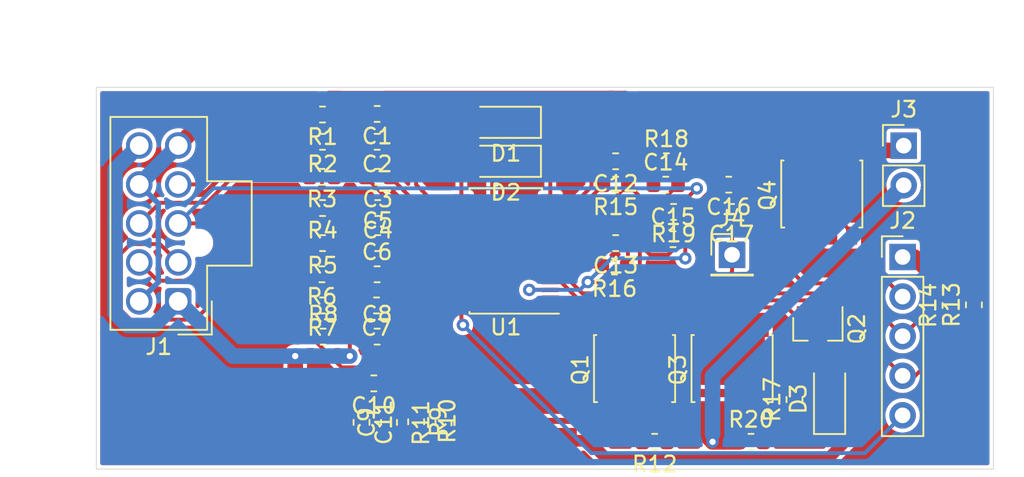
<source format=kicad_pcb>
(kicad_pcb (version 20190331) (host pcbnew "5.1.0-unknown-e90452d~82~ubuntu18.04.1")
  (layers (0 "F.Cu" signal) (31 "B.Cu" signal) (34 "B.Paste" user) (35 "F.Paste" user) (36 "B.SilkS" user) (37 "F.SilkS" user) (38 "B.Mask" user) (39 "F.Mask" user) (44 "Edge.Cuts" user))
  (net 0 "")
  (net 1 "Net-(C1-Pad2)")
  (net 2 "Net-(C1-Pad1)")
  (net 3 "Net-(C2-Pad2)")
  (net 4 "Net-(C3-Pad2)")
  (net 5 "Net-(C4-Pad2)")
  (net 6 "Net-(C5-Pad2)")
  (net 7 "/VC5")
  (net 8 "Net-(C6-Pad2)")
  (net 9 "/Batt_GND")
  (net 10 "Net-(C8-Pad2)")
  (net 11 "Net-(C10-Pad1)")
  (net 12 "Net-(C10-Pad2)")
  (net 13 "Net-(C12-Pad2)")
  (net 14 "/VC5x")
  (net 15 "Net-(C13-Pad2)")
  (net 16 "/low_GND")
  (net 17 "/Top_Batt")
  (net 18 "/REGSRC")
  (net 19 "/REGOUT")
  (net 20 "Net-(D3-Pad2)")
  (net 21 "Net-(D3-Pad1)")
  (net 22 "/P4")
  (net 23 "/P2")
  (net 24 "/P5")
  (net 25 "/P1")
  (net 26 "/alert")
  (net 27 "/batt_monitor_SCL")
  (net 28 "/batt_monitor_SDA")
  (net 29 "/external_3v3")
  (net 30 "/Pack-")
  (net 31 "Net-(Q1-Pad4)")
  (net 32 "Net-(Q1-Pad5)")
  (net 33 "Net-(Q1-Pad1)")
  (net 34 "Net-(Q2-Pad2)")
  (net 35 "Net-(R15-Pad2)")
  (net 36 "Net-(R16-Pad2)")
  (net 37 "/Pack+")
  (net 38 "/A")
  (module "batteryMonitor:LONG_2512" (layer "F.Cu") (at 117.75 91.65828 270)
    (fp_text reference "R10" (at 0 5 90) (layer "F.SilkS"))
    (fp_text value "0.009")
    (pad "2" smd rect (at -1.275 0.1 270) (size 1.65 6.6) (layers "F.Cu" "F.Paste" "F.Mask") (net 33 "Net-(Q1-Pad1)"))
    (pad "1" smd rect (at 1.275 0 270) (size 1.65 6.6) (layers "F.Cu" "F.Paste" "F.Mask") (net 9 "/Batt_GND"))
  )
  (module "Package_SO:TSSOP-30_4.4x7.8mm_P0.5mm" (layer "F.Cu") (at 116.5 80.75 180)
    (fp_text reference "U1" (at 0 -4.9) (layer "F.SilkS"))
    (fp_text value "BQ76930")
    (pad "30" smd rect (at 2.85 -3.5 180) (size 1.1 0.285) (layers "F.Cu" "F.Paste" "F.Mask") (net 26 "/alert"))
    (pad "29" smd rect (at 2.85 -3 180) (size 1.1 0.285) (layers "F.Cu" "F.Paste" "F.Mask") (net 12 "Net-(C10-Pad2)"))
    (pad "28" smd rect (at 2.85 -2.5 180) (size 1.1 0.285) (layers "F.Cu" "F.Paste" "F.Mask") (net 11 "Net-(C10-Pad1)"))
    (pad "27" smd rect (at 2.85 -2 180) (size 1.1 0.285) (layers "F.Cu" "F.Paste" "F.Mask") (net 10 "Net-(C8-Pad2)"))
    (pad "26" smd rect (at 2.85 -1.5 180) (size 1.1 0.285) (layers "F.Cu" "F.Paste" "F.Mask") (net 8 "Net-(C6-Pad2)"))
    (pad "25" smd rect (at 2.85 -1 180) (size 1.1 0.285) (layers "F.Cu" "F.Paste" "F.Mask") (net 6 "Net-(C5-Pad2)"))
    (pad "24" smd rect (at 2.85 -0.5 180) (size 1.1 0.285) (layers "F.Cu" "F.Paste" "F.Mask") (net 6 "Net-(C5-Pad2)"))
    (pad "23" smd rect (at 2.85 0 180) (size 1.1 0.285) (layers "F.Cu" "F.Paste" "F.Mask") (net 6 "Net-(C5-Pad2)"))
    (pad "22" smd rect (at 2.85 0.5 180) (size 1.1 0.285) (layers "F.Cu" "F.Paste" "F.Mask") (net 7 "/VC5"))
    (pad "21" smd rect (at 2.85 1 180) (size 1.1 0.285) (layers "F.Cu" "F.Paste" "F.Mask") (net 5 "Net-(C4-Pad2)"))
    (pad "20" smd rect (at 2.85 1.5 180) (size 1.1 0.285) (layers "F.Cu" "F.Paste" "F.Mask") (net 4 "Net-(C3-Pad2)"))
    (pad "19" smd rect (at 2.85 2 180) (size 1.1 0.285) (layers "F.Cu" "F.Paste" "F.Mask") (net 3 "Net-(C2-Pad2)"))
    (pad "18" smd rect (at 2.85 2.5 180) (size 1.1 0.285) (layers "F.Cu" "F.Paste" "F.Mask") (net 3 "Net-(C2-Pad2)"))
    (pad "17" smd rect (at 2.85 3 180) (size 1.1 0.285) (layers "F.Cu" "F.Paste" "F.Mask") (net 3 "Net-(C2-Pad2)"))
    (pad "16" smd rect (at 2.85 3.5 180) (size 1.1 0.285) (layers "F.Cu" "F.Paste" "F.Mask") (net 2 "Net-(C1-Pad1)"))
    (pad "15" smd rect (at -2.85 3.5 180) (size 1.1 0.285) (layers "F.Cu" "F.Paste" "F.Mask") (net 17 "/Top_Batt"))
    (pad "14" smd rect (at -2.85 3 180) (size 1.1 0.285) (layers "F.Cu" "F.Paste" "F.Mask") (net 13 "Net-(C12-Pad2)"))
    (pad "13" smd rect (at -2.85 2.5 180) (size 1.1 0.285) (layers "F.Cu" "F.Paste" "F.Mask") (net 35 "Net-(R15-Pad2)"))
    (pad "12" smd rect (at -2.85 2 180) (size 1.1 0.285) (layers "F.Cu" "F.Paste" "F.Mask") (net 13 "Net-(C12-Pad2)"))
    (pad "11" smd rect (at -2.85 1.5 180) (size 1.1 0.285) (layers "F.Cu" "F.Paste" "F.Mask") (net 13 "Net-(C12-Pad2)"))
    (pad "10" smd rect (at -2.85 1 180) (size 1.1 0.285) (layers "F.Cu" "F.Paste" "F.Mask") (net 14 "/VC5x"))
    (pad "9" smd rect (at -2.85 0.5 180) (size 1.1 0.285) (layers "F.Cu" "F.Paste" "F.Mask") (net 18 "/REGSRC"))
    (pad "8" smd rect (at -2.85 0 180) (size 1.1 0.285) (layers "F.Cu" "F.Paste" "F.Mask") (net 19 "/REGOUT"))
    (pad "7" smd rect (at -2.85 -0.5 180) (size 1.1 0.285) (layers "F.Cu" "F.Paste" "F.Mask") (net 15 "Net-(C13-Pad2)"))
    (pad "6" smd rect (at -2.85 -1 180) (size 1.1 0.285) (layers "F.Cu" "F.Paste" "F.Mask") (net 36 "Net-(R16-Pad2)"))
    (pad "5" smd rect (at -2.85 -1.5 180) (size 1.1 0.285) (layers "F.Cu" "F.Paste" "F.Mask") (net 27 "/batt_monitor_SCL"))
    (pad "4" smd rect (at -2.85 -2 180) (size 1.1 0.285) (layers "F.Cu" "F.Paste" "F.Mask") (net 28 "/batt_monitor_SDA"))
    (pad "3" smd rect (at -2.85 -2.5 180) (size 1.1 0.285) (layers "F.Cu" "F.Paste" "F.Mask") (net 16 "/low_GND"))
    (pad "2" smd rect (at -2.85 -3 180) (size 1.1 0.285) (layers "F.Cu" "F.Paste" "F.Mask") (net 34 "Net-(Q2-Pad2)"))
    (pad "1" smd rect (at -2.85 -3.5 180) (size 1.1 0.285) (layers "F.Cu" "F.Paste" "F.Mask") (net 31 "Net-(Q1-Pad4)"))
  )
  (module "Resistor_SMD:R_0603_1608Metric" (layer "F.Cu") (at 132.2125 93)
    (fp_text reference "R20" (at 0 -1.43) (layer "F.SilkS"))
    (fp_text value "1M")
    (pad "2" smd roundrect (at 0.7875 0) (size 0.875 0.95) (layers "F.Cu" "F.Paste" "F.Mask") (net 21 "Net-(D3-Pad1)"))
    (pad "1" smd roundrect (at -0.7875 0) (size 0.875 0.95) (layers "F.Cu" "F.Paste" "F.Mask") (net 30 "/Pack-"))
  )
  (module "Resistor_SMD:R_0603_1608Metric" (layer "F.Cu") (at 127.25 78.25 180)
    (fp_text reference "R19" (at 0 -1.43) (layer "F.SilkS"))
    (fp_text value "100")
    (pad "2" smd roundrect (at 0.7875 0 180) (size 0.875 0.95) (layers "F.Cu" "F.Paste" "F.Mask") (net 14 "/VC5x"))
    (pad "1" smd roundrect (at -0.7875 0 180) (size 0.875 0.95) (layers "F.Cu" "F.Paste" "F.Mask") (net 38 "/A"))
  )
  (module "Resistor_SMD:R_0603_1608Metric" (layer "F.Cu") (at 126.7875 75)
    (fp_text reference "R18" (at 0 -1.43) (layer "F.SilkS"))
    (fp_text value "100")
    (pad "2" smd roundrect (at 0.7875 0) (size 0.875 0.95) (layers "F.Cu" "F.Paste" "F.Mask") (net 37 "/Pack+"))
    (pad "1" smd roundrect (at -0.7875 0) (size 0.875 0.95) (layers "F.Cu" "F.Paste" "F.Mask") (net 17 "/Top_Batt"))
  )
  (module "Resistor_SMD:R_0603_1608Metric" (layer "F.Cu") (at 135 90.2875 90)
    (fp_text reference "R17" (at 0 -1.43 90) (layer "F.SilkS"))
    (fp_text value "1M")
    (pad "2" smd roundrect (at 0.7875 0 90) (size 0.875 0.95) (layers "F.Cu" "F.Paste" "F.Mask") (net 20 "Net-(D3-Pad2)"))
    (pad "1" smd roundrect (at -0.7875 0 90) (size 0.875 0.95) (layers "F.Cu" "F.Paste" "F.Mask") (net 21 "Net-(D3-Pad1)"))
  )
  (module "Resistor_SMD:R_0603_1608Metric" (layer "F.Cu") (at 123.4625 81.75 180)
    (fp_text reference "R16" (at 0 -1.43) (layer "F.SilkS"))
    (fp_text value "10k")
    (pad "2" smd roundrect (at 0.7875 0 180) (size 0.875 0.95) (layers "F.Cu" "F.Paste" "F.Mask") (net 36 "Net-(R16-Pad2)"))
    (pad "1" smd roundrect (at -0.7875 0 180) (size 0.875 0.95) (layers "F.Cu" "F.Paste" "F.Mask") (net 16 "/low_GND"))
  )
  (module "Resistor_SMD:R_0603_1608Metric" (layer "F.Cu") (at 123.5375 76.5 180)
    (fp_text reference "R15" (at 0 -1.43) (layer "F.SilkS"))
    (fp_text value "10k")
    (pad "2" smd roundrect (at 0.7875 0 180) (size 0.875 0.95) (layers "F.Cu" "F.Paste" "F.Mask") (net 35 "Net-(R15-Pad2)"))
    (pad "1" smd roundrect (at -0.7875 0 180) (size 0.875 0.95) (layers "F.Cu" "F.Paste" "F.Mask") (net 14 "/VC5x"))
  )
  (module "Resistor_SMD:R_0603_1608Metric" (layer "F.Cu") (at 145 84.25 90)
    (fp_text reference "R14" (at 0 -1.43 90) (layer "F.SilkS"))
    (fp_text value "1k")
    (pad "1" smd roundrect (at -0.7875 0 90) (size 0.875 0.95) (layers "F.Cu" "F.Paste" "F.Mask") (net 27 "/batt_monitor_SCL"))
    (pad "2" smd roundrect (at 0.7875 0 90) (size 0.875 0.95) (layers "F.Cu" "F.Paste" "F.Mask") (net 29 "/external_3v3"))
  )
  (module "Resistor_SMD:R_0603_1608Metric" (layer "F.Cu") (at 146.5 84.2125 90)
    (fp_text reference "R13" (at 0 -1.43 90) (layer "F.SilkS"))
    (fp_text value "1k")
    (pad "1" smd roundrect (at -0.7875 0 90) (size 0.875 0.95) (layers "F.Cu" "F.Paste" "F.Mask") (net 28 "/batt_monitor_SDA"))
    (pad "2" smd roundrect (at 0.7875 0 90) (size 0.875 0.95) (layers "F.Cu" "F.Paste" "F.Mask") (net 29 "/external_3v3"))
  )
  (module "Resistor_SMD:R_0603_1608Metric" (layer "F.Cu") (at 126.0375 93 180)
    (fp_text reference "R12" (at 0 -1.43) (layer "F.SilkS"))
    (fp_text value "1M")
    (pad "2" smd roundrect (at 0.7875 0 180) (size 0.875 0.95) (layers "F.Cu" "F.Paste" "F.Mask") (net 33 "Net-(Q1-Pad1)"))
    (pad "1" smd roundrect (at -0.7875 0 180) (size 0.875 0.95) (layers "F.Cu" "F.Paste" "F.Mask") (net 31 "Net-(Q1-Pad4)"))
  )
  (module "Resistor_SMD:R_0603_1608Metric" (layer "F.Cu") (at 112.5 91.7875 90)
    (fp_text reference "R11" (at 0 -1.43 90) (layer "F.SilkS"))
    (fp_text value "100")
    (pad "2" smd roundrect (at 0.7875 0 90) (size 0.875 0.95) (layers "F.Cu" "F.Paste" "F.Mask") (net 33 "Net-(Q1-Pad1)"))
    (pad "1" smd roundrect (at -0.7875 0 90) (size 0.875 0.95) (layers "F.Cu" "F.Paste" "F.Mask") (net 12 "Net-(C10-Pad2)"))
  )
  (module "Resistor_SMD:R_0603_1608Metric" (layer "F.Cu") (at 110.75 91.7125 270)
    (fp_text reference "R9" (at 0 -1.43 90) (layer "F.SilkS"))
    (fp_text value "100")
    (pad "2" smd roundrect (at 0.7875 0 270) (size 0.875 0.95) (layers "F.Cu" "F.Paste" "F.Mask") (net 9 "/Batt_GND"))
    (pad "1" smd roundrect (at -0.7875 0 270) (size 0.875 0.95) (layers "F.Cu" "F.Paste" "F.Mask") (net 11 "Net-(C10-Pad1)"))
  )
  (module "Resistor_SMD:R_0603_1608Metric" (layer "F.Cu") (at 104.7875 86.25)
    (fp_text reference "R8" (at 0 -1.43) (layer "F.SilkS"))
    (fp_text value "1k")
    (pad "1" smd roundrect (at -0.7875 0) (size 0.875 0.95) (layers "F.Cu" "F.Paste" "F.Mask") (net 10 "Net-(C8-Pad2)"))
    (pad "2" smd roundrect (at 0.7875 0) (size 0.875 0.95) (layers "F.Cu" "F.Paste" "F.Mask") (net 9 "/Batt_GND"))
  )
  (module "Resistor_SMD:R_0603_1608Metric" (layer "F.Cu") (at 104.75 84.25 180)
    (fp_text reference "R7" (at 0 -1.43) (layer "F.SilkS"))
    (fp_text value "1k")
    (pad "1" smd roundrect (at -0.7875 0 180) (size 0.875 0.95) (layers "F.Cu" "F.Paste" "F.Mask") (net 8 "Net-(C6-Pad2)"))
    (pad "2" smd roundrect (at 0.7875 0 180) (size 0.875 0.95) (layers "F.Cu" "F.Paste" "F.Mask") (net 25 "/P1"))
  )
  (module "Resistor_SMD:R_0603_1608Metric" (layer "F.Cu") (at 104.7125 82.25 180)
    (fp_text reference "R6" (at 0 -1.43) (layer "F.SilkS"))
    (fp_text value "1k")
    (pad "1" smd roundrect (at -0.7875 0 180) (size 0.875 0.95) (layers "F.Cu" "F.Paste" "F.Mask") (net 6 "Net-(C5-Pad2)"))
    (pad "2" smd roundrect (at 0.7875 0 180) (size 0.875 0.95) (layers "F.Cu" "F.Paste" "F.Mask") (net 23 "/P2"))
  )
  (module "Resistor_SMD:R_0603_1608Metric" (layer "F.Cu") (at 104.75 80.25 180)
    (fp_text reference "R5" (at 0 -1.43) (layer "F.SilkS"))
    (fp_text value "1k")
    (pad "1" smd roundrect (at -0.7875 0 180) (size 0.875 0.95) (layers "F.Cu" "F.Paste" "F.Mask") (net 7 "/VC5"))
    (pad "2" smd roundrect (at 0.7875 0 180) (size 0.875 0.95) (layers "F.Cu" "F.Paste" "F.Mask") (net 38 "/A"))
  )
  (module "Resistor_SMD:R_0603_1608Metric" (layer "F.Cu") (at 104.75 78 180)
    (fp_text reference "R4" (at 0 -1.43) (layer "F.SilkS"))
    (fp_text value "1k")
    (pad "1" smd roundrect (at -0.7875 0 180) (size 0.875 0.95) (layers "F.Cu" "F.Paste" "F.Mask") (net 5 "Net-(C4-Pad2)"))
    (pad "2" smd roundrect (at 0.7875 0 180) (size 0.875 0.95) (layers "F.Cu" "F.Paste" "F.Mask") (net 38 "/A"))
  )
  (module "Resistor_SMD:R_0603_1608Metric" (layer "F.Cu") (at 104.7125 76 180)
    (fp_text reference "R3" (at 0 -1.43) (layer "F.SilkS"))
    (fp_text value "1k")
    (pad "1" smd roundrect (at -0.7875 0 180) (size 0.875 0.95) (layers "F.Cu" "F.Paste" "F.Mask") (net 4 "Net-(C3-Pad2)"))
    (pad "2" smd roundrect (at 0.7875 0 180) (size 0.875 0.95) (layers "F.Cu" "F.Paste" "F.Mask") (net 22 "/P4"))
  )
  (module "Resistor_SMD:R_0603_1608Metric" (layer "F.Cu") (at 104.75 73.75 180)
    (fp_text reference "R2" (at 0 -1.43) (layer "F.SilkS"))
    (fp_text value "1k")
    (pad "1" smd roundrect (at -0.7875 0 180) (size 0.875 0.95) (layers "F.Cu" "F.Paste" "F.Mask") (net 3 "Net-(C2-Pad2)"))
    (pad "2" smd roundrect (at 0.7875 0 180) (size 0.875 0.95) (layers "F.Cu" "F.Paste" "F.Mask") (net 24 "/P5"))
  )
  (module "Resistor_SMD:R_0603_1608Metric" (layer "F.Cu") (at 104.75 72 180)
    (fp_text reference "R1" (at 0 -1.43) (layer "F.SilkS"))
    (fp_text value "1k")
    (pad "1" smd roundrect (at -0.7875 0 180) (size 0.875 0.95) (layers "F.Cu" "F.Paste" "F.Mask") (net 2 "Net-(C1-Pad1)"))
    (pad "2" smd roundrect (at 0.7875 0 180) (size 0.875 0.95) (layers "F.Cu" "F.Paste" "F.Mask") (net 37 "/Pack+"))
  )
  (module "Package_TO_SOT_SMD:LFPAK56" (layer "F.Cu") (at 136.75 76.935 90)
    (fp_text reference "Q4" (at -0.245 -3.48 90) (layer "F.SilkS"))
    (fp_text value "PSMN5R8-40YS")
    (pad "4" smd rect (at -2.835 1.91) (size 0.7 1.15) (layers "F.Cu" "F.Paste" "F.Mask") (net 14 "/VC5x"))
    (pad "5" smd rect (at 0.435 0) (size 4.2 3.3) (layers "F.Cu" "F.Mask") (net 37 "/Pack+"))
    (pad "5" smd rect (at 2.635 0) (size 4.7 1.55) (layers "F.Cu" "F.Mask") (net 37 "/Pack+"))
    (pad "3" smd rect (at -2.835 0.64) (size 0.7 1.15) (layers "F.Cu" "F.Paste" "F.Mask") (net 18 "/REGSRC"))
    (pad "1" smd rect (at -2.835 -1.91) (size 0.7 1.15) (layers "F.Cu" "F.Paste" "F.Mask") (net 18 "/REGSRC"))
    (pad "2" smd rect (at -2.835 -0.64) (size 0.7 1.15) (layers "F.Cu" "F.Paste" "F.Mask") (net 18 "/REGSRC"))
  )
  (module "Package_TO_SOT_SMD:LFPAK56" (layer "F.Cu") (at 131 88.135 90)
    (fp_text reference "Q3" (at -0.245 -3.48 90) (layer "F.SilkS"))
    (fp_text value "PSMN5R8-40YS")
    (pad "4" smd rect (at -2.835 1.91) (size 0.7 1.15) (layers "F.Cu" "F.Paste" "F.Mask") (net 21 "Net-(D3-Pad1)"))
    (pad "5" smd rect (at 0.435 0) (size 4.2 3.3) (layers "F.Cu" "F.Mask") (net 32 "Net-(Q1-Pad5)"))
    (pad "5" smd rect (at 2.635 0) (size 4.7 1.55) (layers "F.Cu" "F.Mask") (net 32 "Net-(Q1-Pad5)"))
    (pad "3" smd rect (at -2.835 0.64) (size 0.7 1.15) (layers "F.Cu" "F.Paste" "F.Mask") (net 30 "/Pack-"))
    (pad "1" smd rect (at -2.835 -1.91) (size 0.7 1.15) (layers "F.Cu" "F.Paste" "F.Mask") (net 30 "/Pack-"))
    (pad "2" smd rect (at -2.835 -0.64) (size 0.7 1.15) (layers "F.Cu" "F.Paste" "F.Mask") (net 30 "/Pack-"))
  )
  (module "Package_TO_SOT_SMD:SOT-23" (layer "F.Cu") (at 136.5 85.75 270)
    (fp_text reference "Q2" (at 0 -2.5 90) (layer "F.SilkS"))
    (fp_text value "IRLML6402")
    (pad "3" smd rect (at 1 0 270) (size 0.9 0.8) (layers "F.Cu" "F.Paste" "F.Mask") (net 20 "Net-(D3-Pad2)"))
    (pad "2" smd rect (at -1 0.95 270) (size 0.9 0.8) (layers "F.Cu" "F.Paste" "F.Mask") (net 34 "Net-(Q2-Pad2)"))
    (pad "1" smd rect (at -1 -0.95 270) (size 0.9 0.8) (layers "F.Cu" "F.Paste" "F.Mask") (net 9 "/Batt_GND"))
  )
  (module "Package_TO_SOT_SMD:LFPAK56" (layer "F.Cu") (at 124.75 88.135 90)
    (fp_text reference "Q1" (at -0.245 -3.48 90) (layer "F.SilkS"))
    (fp_text value "PSMN5R8-40YS")
    (pad "4" smd rect (at -2.835 1.91) (size 0.7 1.15) (layers "F.Cu" "F.Paste" "F.Mask") (net 31 "Net-(Q1-Pad4)"))
    (pad "5" smd rect (at 0.435 0) (size 4.2 3.3) (layers "F.Cu" "F.Mask") (net 32 "Net-(Q1-Pad5)"))
    (pad "5" smd rect (at 2.635 0) (size 4.7 1.55) (layers "F.Cu" "F.Mask") (net 32 "Net-(Q1-Pad5)"))
    (pad "3" smd rect (at -2.835 0.64) (size 0.7 1.15) (layers "F.Cu" "F.Paste" "F.Mask") (net 33 "Net-(Q1-Pad1)"))
    (pad "1" smd rect (at -2.835 -1.91) (size 0.7 1.15) (layers "F.Cu" "F.Paste" "F.Mask") (net 33 "Net-(Q1-Pad1)"))
    (pad "2" smd rect (at -2.835 -0.64) (size 0.7 1.15) (layers "F.Cu" "F.Paste" "F.Mask") (net 33 "Net-(Q1-Pad1)"))
  )
  (module "Connector_PinHeader_2.54mm:PinHeader_1x01_P2.54mm_Vertical" (layer "F.Cu") (at 131 81)
    (fp_text reference "J4" (at 0 -2.33) (layer "F.SilkS"))
    (fp_text value "Conn_01x01_Female")
    (pad "1" thru_hole rect (at 0 0) (size 1.7 1.7) (drill 1) (layers *.Cu *.Mask) (net 19 "/REGOUT"))
  )
  (module "Connector_PinHeader_2.54mm:PinHeader_1x02_P2.54mm_Vertical" (layer "F.Cu") (at 142 74)
    (fp_text reference "J3" (at 0 -2.33) (layer "F.SilkS"))
    (fp_text value "Conn_01x02_Female")
    (pad "1" thru_hole rect (at 0 0) (size 1.7 1.7) (drill 1) (layers *.Cu *.Mask) (net 37 "/Pack+"))
    (pad "2" thru_hole oval (at 0 2.54) (size 1.7 1.7) (drill 1) (layers *.Cu *.Mask) (net 30 "/Pack-"))
  )
  (module "Connector_PinHeader_2.54mm:PinHeader_1x05_P2.54mm_Vertical" (layer "F.Cu") (at 141.93108 81.14188)
    (fp_text reference "J2" (at 0 -2.33) (layer "F.SilkS"))
    (fp_text value "Conn_01x05_Male")
    (pad "1" thru_hole rect (at 0 0) (size 1.7 1.7) (drill 1) (layers *.Cu *.Mask) (net 29 "/external_3v3"))
    (pad "2" thru_hole oval (at 0 2.54) (size 1.7 1.7) (drill 1) (layers *.Cu *.Mask) (net 16 "/low_GND"))
    (pad "3" thru_hole oval (at 0 5.08) (size 1.7 1.7) (drill 1) (layers *.Cu *.Mask) (net 27 "/batt_monitor_SCL"))
    (pad "4" thru_hole oval (at 0 7.62) (size 1.7 1.7) (drill 1) (layers *.Cu *.Mask) (net 28 "/batt_monitor_SDA"))
    (pad "5" thru_hole oval (at 0 10.16) (size 1.7 1.7) (drill 1) (layers *.Cu *.Mask) (net 26 "/alert"))
  )
  (module "Connector_Molex:Molex_Nano-Fit_105310-xx10_2x05_P2.50mm_Vertical" (layer "F.Cu") (at 95.50192 83.9858 180)
    (fp_text reference "J1" (at 1.25 -2.92) (layer "F.SilkS"))
    (fp_text value "Battery Input Connector")
    (pad "1" thru_hole roundrect (at 0 0 180) (size 1.7 1.7) (drill 1.2) (layers *.Cu *.Mask) (roundrect_rratio 0.147059) (net 9 "/Batt_GND"))
    (pad "2" thru_hole circle (at 0 2.5 180) (size 1.7 1.7) (drill 1.2) (layers *.Cu *.Mask) (net 25 "/P1"))
    (pad "3" thru_hole circle (at 0 5 180) (size 1.7 1.7) (drill 1.2) (layers *.Cu *.Mask) (net 38 "/A"))
    (pad "4" thru_hole circle (at 0 7.5 180) (size 1.7 1.7) (drill 1.2) (layers *.Cu *.Mask) (net 24 "/P5"))
    (pad "5" thru_hole circle (at 0 10 180) (size 1.7 1.7) (drill 1.2) (layers *.Cu *.Mask) (net 37 "/Pack+"))
    (pad "6" thru_hole circle (at 2.5 0 180) (size 1.7 1.7) (drill 1.2) (layers *.Cu *.Mask) (net 37 "/Pack+"))
    (pad "7" thru_hole circle (at 2.5 2.5 180) (size 1.7 1.7) (drill 1.2) (layers *.Cu *.Mask) (net 23 "/P2"))
    (pad "8" thru_hole circle (at 2.5 5 180) (size 1.7 1.7) (drill 1.2) (layers *.Cu *.Mask) (net 22 "/P4"))
    (pad "9" thru_hole circle (at 2.5 7.5 180) (size 1.7 1.7) (drill 1.2) (layers *.Cu *.Mask) (net 37 "/Pack+"))
    (pad "10" thru_hole circle (at 2.5 10 180) (size 1.7 1.7) (drill 1.2) (layers *.Cu *.Mask) (net 9 "/Batt_GND"))
    (pad "" np_thru_hole circle (at -1.34 3.75 180) (size 1.3 1.3) (drill 1.3) (layers *.Cu *.Mask))
  )
  (module "Diode_SMD:D_SOD-123" (layer "F.Cu") (at 137.25 90.25 90)
    (fp_text reference "D3" (at 0 -2 90) (layer "F.SilkS"))
    (fp_text value "MMSD914")
    (pad "2" smd rect (at 1.65 0 90) (size 0.9 1.2) (layers "F.Cu" "F.Paste" "F.Mask") (net 20 "Net-(D3-Pad2)"))
    (pad "1" smd rect (at -1.65 0 90) (size 0.9 1.2) (layers "F.Cu" "F.Paste" "F.Mask") (net 21 "Net-(D3-Pad1)"))
  )
  (module "Diode_SMD:D_SOD-123" (layer "F.Cu") (at 116.5 75 180)
    (fp_text reference "D2" (at 0 -2) (layer "F.SilkS"))
    (fp_text value "MMSD914")
    (pad "2" smd rect (at 1.65 0 180) (size 0.9 1.2) (layers "F.Cu" "F.Paste" "F.Mask") (net 2 "Net-(C1-Pad1)"))
    (pad "1" smd rect (at -1.65 0 180) (size 0.9 1.2) (layers "F.Cu" "F.Paste" "F.Mask") (net 17 "/Top_Batt"))
  )
  (module "Diode_SMD:D_SOD-123" (layer "F.Cu") (at 116.5 72.5 180)
    (fp_text reference "D1" (at 0 -2) (layer "F.SilkS"))
    (fp_text value "MMSD914")
    (pad "2" smd rect (at 1.65 0 180) (size 0.9 1.2) (layers "F.Cu" "F.Paste" "F.Mask") (net 7 "/VC5"))
    (pad "1" smd rect (at -1.65 0 180) (size 0.9 1.2) (layers "F.Cu" "F.Paste" "F.Mask") (net 14 "/VC5x"))
  )
  (module "Capacitor_SMD:C_0603_1608Metric" (layer "F.Cu") (at 130.9625 78.25 180)
    (fp_text reference "C17" (at 0 -1.43) (layer "F.SilkS"))
    (fp_text value "4.7uF")
    (pad "2" smd roundrect (at 0.7875 0 180) (size 0.875 0.95) (layers "F.Cu" "F.Paste" "F.Mask") (net 19 "/REGOUT"))
    (pad "1" smd roundrect (at -0.7875 0 180) (size 0.875 0.95) (layers "F.Cu" "F.Paste" "F.Mask") (net 16 "/low_GND"))
  )
  (module "Capacitor_SMD:C_0603_1608Metric" (layer "F.Cu") (at 130.7875 76.5 180)
    (fp_text reference "C16" (at 0 -1.43) (layer "F.SilkS"))
    (fp_text value "1uF")
    (pad "2" smd roundrect (at 0.7875 0 180) (size 0.875 0.95) (layers "F.Cu" "F.Paste" "F.Mask") (net 18 "/REGSRC"))
    (pad "1" smd roundrect (at -0.7875 0 180) (size 0.875 0.95) (layers "F.Cu" "F.Paste" "F.Mask") (net 16 "/low_GND"))
  )
  (module "Capacitor_SMD:C_0603_1608Metric" (layer "F.Cu") (at 127.2125 80)
    (fp_text reference "C15" (at 0 -1.43) (layer "F.SilkS"))
    (fp_text value "10uF")
    (pad "2" smd roundrect (at 0.7875 0) (size 0.875 0.95) (layers "F.Cu" "F.Paste" "F.Mask") (net 16 "/low_GND"))
    (pad "1" smd roundrect (at -0.7875 0) (size 0.875 0.95) (layers "F.Cu" "F.Paste" "F.Mask") (net 14 "/VC5x"))
  )
  (module "Capacitor_SMD:C_0603_1608Metric" (layer "F.Cu") (at 126.75 76.5)
    (fp_text reference "C14" (at 0 -1.43) (layer "F.SilkS"))
    (fp_text value "10uF")
    (pad "2" smd roundrect (at 0.7875 0) (size 0.875 0.95) (layers "F.Cu" "F.Paste" "F.Mask") (net 14 "/VC5x"))
    (pad "1" smd roundrect (at -0.7875 0) (size 0.875 0.95) (layers "F.Cu" "F.Paste" "F.Mask") (net 17 "/Top_Batt"))
  )
  (module "Capacitor_SMD:C_0603_1608Metric" (layer "F.Cu") (at 123.5375 80.25 180)
    (fp_text reference "C13" (at 0 -1.43) (layer "F.SilkS"))
    (fp_text value "1uF")
    (pad "2" smd roundrect (at 0.7875 0 180) (size 0.875 0.95) (layers "F.Cu" "F.Paste" "F.Mask") (net 15 "Net-(C13-Pad2)"))
    (pad "1" smd roundrect (at -0.7875 0 180) (size 0.875 0.95) (layers "F.Cu" "F.Paste" "F.Mask") (net 16 "/low_GND"))
  )
  (module "Capacitor_SMD:C_0603_1608Metric" (layer "F.Cu") (at 123.5375 75 180)
    (fp_text reference "C12" (at 0 -1.43) (layer "F.SilkS"))
    (fp_text value "1uF")
    (pad "2" smd roundrect (at 0.7875 0 180) (size 0.875 0.95) (layers "F.Cu" "F.Paste" "F.Mask") (net 13 "Net-(C12-Pad2)"))
    (pad "1" smd roundrect (at -0.7875 0 180) (size 0.875 0.95) (layers "F.Cu" "F.Paste" "F.Mask") (net 14 "/VC5x"))
  )
  (module "Capacitor_SMD:C_0603_1608Metric" (layer "F.Cu") (at 107.25 91.75 270)
    (fp_text reference "C11" (at 0 -1.43 90) (layer "F.SilkS"))
    (fp_text value "0.1Uf")
    (pad "2" smd roundrect (at 0.7875 0 270) (size 0.875 0.95) (layers "F.Cu" "F.Paste" "F.Mask") (net 9 "/Batt_GND"))
    (pad "1" smd roundrect (at -0.7875 0 270) (size 0.875 0.95) (layers "F.Cu" "F.Paste" "F.Mask") (net 12 "Net-(C10-Pad2)"))
  )
  (module "Capacitor_SMD:C_0603_1608Metric" (layer "F.Cu") (at 108.0375 89.25 180)
    (fp_text reference "C10" (at 0 -1.43) (layer "F.SilkS"))
    (fp_text value "0.1Uf")
    (pad "1" smd roundrect (at -0.7875 0 180) (size 0.875 0.95) (layers "F.Cu" "F.Paste" "F.Mask") (net 11 "Net-(C10-Pad1)"))
    (pad "2" smd roundrect (at 0.7875 0 180) (size 0.875 0.95) (layers "F.Cu" "F.Paste" "F.Mask") (net 12 "Net-(C10-Pad2)"))
  )
  (module "Capacitor_SMD:C_0603_1608Metric" (layer "F.Cu") (at 109.01078 91.75476 90)
    (fp_text reference "C9" (at 0 -1.43 90) (layer "F.SilkS"))
    (fp_text value "0.1Uf")
    (pad "2" smd roundrect (at 0.7875 0 90) (size 0.875 0.95) (layers "F.Cu" "F.Paste" "F.Mask") (net 11 "Net-(C10-Pad1)"))
    (pad "1" smd roundrect (at -0.7875 0 90) (size 0.875 0.95) (layers "F.Cu" "F.Paste" "F.Mask") (net 9 "/Batt_GND"))
  )
  (module "Capacitor_SMD:C_0603_1608Metric" (layer "F.Cu") (at 108.25 86.25)
    (fp_text reference "C8" (at 0 -1.43) (layer "F.SilkS"))
    (fp_text value "1uF")
    (pad "1" smd roundrect (at -0.7875 0) (size 0.875 0.95) (layers "F.Cu" "F.Paste" "F.Mask") (net 9 "/Batt_GND"))
    (pad "2" smd roundrect (at 0.7875 0) (size 0.875 0.95) (layers "F.Cu" "F.Paste" "F.Mask") (net 10 "Net-(C8-Pad2)"))
  )
  (module "Capacitor_SMD:C_0603_1608Metric" (layer "F.Cu") (at 108.2125 84.25 180)
    (fp_text reference "C7" (at 0 -1.43) (layer "F.SilkS"))
    (fp_text value "1uF")
    (pad "1" smd roundrect (at -0.7875 0 180) (size 0.875 0.95) (layers "F.Cu" "F.Paste" "F.Mask") (net 8 "Net-(C6-Pad2)"))
    (pad "2" smd roundrect (at 0.7875 0 180) (size 0.875 0.95) (layers "F.Cu" "F.Paste" "F.Mask") (net 9 "/Batt_GND"))
  )
  (module "Capacitor_SMD:C_0603_1608Metric" (layer "F.Cu") (at 108.25 82.25)
    (fp_text reference "C6" (at 0 -1.43) (layer "F.SilkS"))
    (fp_text value "1uF")
    (pad "1" smd roundrect (at -0.7875 0) (size 0.875 0.95) (layers "F.Cu" "F.Paste" "F.Mask") (net 6 "Net-(C5-Pad2)"))
    (pad "2" smd roundrect (at 0.7875 0) (size 0.875 0.95) (layers "F.Cu" "F.Paste" "F.Mask") (net 8 "Net-(C6-Pad2)"))
  )
  (module "Capacitor_SMD:C_0603_1608Metric" (layer "F.Cu") (at 108.2875 80.25)
    (fp_text reference "C5" (at 0 -1.43) (layer "F.SilkS"))
    (fp_text value "1uF")
    (pad "1" smd roundrect (at -0.7875 0) (size 0.875 0.95) (layers "F.Cu" "F.Paste" "F.Mask") (net 7 "/VC5"))
    (pad "2" smd roundrect (at 0.7875 0) (size 0.875 0.95) (layers "F.Cu" "F.Paste" "F.Mask") (net 6 "Net-(C5-Pad2)"))
  )
  (module "Capacitor_SMD:C_0603_1608Metric" (layer "F.Cu") (at 108.2875 78 180)
    (fp_text reference "C4" (at 0 -1.43) (layer "F.SilkS"))
    (fp_text value "1uF")
    (pad "1" smd roundrect (at -0.7875 0 180) (size 0.875 0.95) (layers "F.Cu" "F.Paste" "F.Mask") (net 4 "Net-(C3-Pad2)"))
    (pad "2" smd roundrect (at 0.7875 0 180) (size 0.875 0.95) (layers "F.Cu" "F.Paste" "F.Mask") (net 5 "Net-(C4-Pad2)"))
  )
  (module "Capacitor_SMD:C_0603_1608Metric" (layer "F.Cu") (at 108.2875 76 180)
    (fp_text reference "C3" (at 0 -1.43) (layer "F.SilkS"))
    (fp_text value "1uF")
    (pad "1" smd roundrect (at -0.7875 0 180) (size 0.875 0.95) (layers "F.Cu" "F.Paste" "F.Mask") (net 3 "Net-(C2-Pad2)"))
    (pad "2" smd roundrect (at 0.7875 0 180) (size 0.875 0.95) (layers "F.Cu" "F.Paste" "F.Mask") (net 4 "Net-(C3-Pad2)"))
  )
  (module "Capacitor_SMD:C_0603_1608Metric" (layer "F.Cu") (at 108.25 73.75 180)
    (fp_text reference "C2" (at 0 -1.43) (layer "F.SilkS"))
    (fp_text value "1uF")
    (pad "1" smd roundrect (at -0.7875 0 180) (size 0.875 0.95) (layers "F.Cu" "F.Paste" "F.Mask") (net 1 "Net-(C1-Pad2)"))
    (pad "2" smd roundrect (at 0.7875 0 180) (size 0.875 0.95) (layers "F.Cu" "F.Paste" "F.Mask") (net 3 "Net-(C2-Pad2)"))
  )
  (module "Capacitor_SMD:C_0603_1608Metric" (layer "F.Cu") (at 108.25 71.9625 180)
    (fp_text reference "C1" (at 0 -1.43) (layer "F.SilkS"))
    (fp_text value "1uF")
    (pad "1" smd roundrect (at -0.7875 0 180) (size 0.875 0.95) (layers "F.Cu" "F.Paste" "F.Mask") (net 2 "Net-(C1-Pad1)"))
    (pad "2" smd roundrect (at 0.7875 0 180) (size 0.875 0.95) (layers "F.Cu" "F.Paste" "F.Mask") (net 1 "Net-(C1-Pad2)"))
  )
  (gr_line (start 90.25 70.25) (end 90.5 70.25) (layer "Edge.Cuts") (width 0.05))
  (gr_line (start 90.25 94.75) (end 90.25 70.25) (layer "Edge.Cuts") (width 0.05))
  (gr_line (start 147.75 94.75) (end 90.25 94.75) (layer "Edge.Cuts") (width 0.05))
  (gr_line (start 147.75 70.25) (end 147.75 94.75) (layer "Edge.Cuts") (width 0.05))
  (gr_line (start 90.5 70.25) (end 147.75 70.25) (layer "Edge.Cuts") (width 0.05))
  (segment (start 107.425 72) (end 107.4625 71.9625) (width 0.25) (layer "F.Cu") (net 1))
  (segment (start 107.4625 72.175) (end 109.0375 73.75) (width 0.25) (layer "F.Cu") (net 1))
  (segment (start 107.4625 71.9625) (end 107.4625 72.175) (width 0.25) (layer "F.Cu") (net 1))
  (segment (start 106.37501 71.16249) (end 105.5375 72) (width 0.25) (layer "F.Cu") (net 2))
  (segment (start 108.23749 71.16249) (end 106.37501 71.16249) (width 0.25) (layer "F.Cu") (net 2))
  (segment (start 109.0375 71.9625) (end 108.23749 71.16249) (width 0.25) (layer "F.Cu") (net 2))
  (segment (start 109.0375 71.9625) (end 110.75 73.675) (width 0.25) (layer "F.Cu") (net 2))
  (segment (start 110.75 73.675) (end 110.75 76.5) (width 0.25) (layer "F.Cu") (net 2))
  (segment (start 111.5 77.25) (end 113.65 77.25) (width 0.25) (layer "F.Cu") (net 2))
  (segment (start 110.75 76.5) (end 111.5 77.25) (width 0.25) (layer "F.Cu") (net 2))
  (segment (start 114.15 75) (end 114.85 75) (width 0.25) (layer "F.Cu") (net 2))
  (segment (start 113.65 75.5) (end 114.15 75) (width 0.25) (layer "F.Cu") (net 2))
  (segment (start 113.65 77.25) (end 113.65 75.5) (width 0.25) (layer "F.Cu") (net 2))
  (segment (start 105.5375 73.75) (end 107.4625 73.75) (width 0.25) (layer "F.Cu") (net 3))
  (segment (start 107.4625 74.3875) (end 109.075 76) (width 0.25) (layer "F.Cu") (net 3))
  (segment (start 107.4625 73.75) (end 107.4625 74.3875) (width 0.25) (layer "F.Cu") (net 3))
  (segment (start 111.325 78.25) (end 113.65 78.25) (width 0.25) (layer "F.Cu") (net 3))
  (segment (start 109.075 76) (end 111.325 78.25) (width 0.25) (layer "F.Cu") (net 3))
  (segment (start 113.65 78.75) (end 113.65 78.25) (width 0.25) (layer "F.Cu") (net 3))
  (segment (start 113.65 78.25) (end 113.65 77.75) (width 0.25) (layer "F.Cu") (net 3))
  (segment (start 105.5 76) (end 107.5 76) (width 0.25) (layer "F.Cu") (net 4))
  (segment (start 109.075 77.575) (end 109.075 78) (width 0.25) (layer "F.Cu") (net 4))
  (segment (start 107.5 76) (end 109.075 77.575) (width 0.25) (layer "F.Cu") (net 4))
  (segment (start 109.536612 78.461612) (end 110.711612 78.461612) (width 0.25) (layer "F.Cu") (net 4))
  (segment (start 111.5 79.25) (end 113.65 79.25) (width 0.25) (layer "F.Cu") (net 4))
  (segment (start 110.711612 78.461612) (end 111.5 79.25) (width 0.25) (layer "F.Cu") (net 4))
  (segment (start 109.075 78) (end 109.536612 78.461612) (width 0.25) (layer "F.Cu") (net 4))
  (segment (start 105.5375 78) (end 107.5 78) (width 0.25) (layer "F.Cu") (net 5))
  (segment (start 108.49998 78.99998) (end 110.24998 78.99998) (width 0.25) (layer "F.Cu") (net 5))
  (segment (start 107.5 78) (end 108.49998 78.99998) (width 0.25) (layer "F.Cu") (net 5))
  (segment (start 111 79.75) (end 113.65 79.75) (width 0.25) (layer "F.Cu") (net 5))
  (segment (start 110.24998 78.99998) (end 111 79.75) (width 0.25) (layer "F.Cu") (net 5))
  (segment (start 105.5 82.25) (end 107.4625 82.25) (width 0.25) (layer "F.Cu") (net 6))
  (segment (start 112.85 81.75) (end 113.65 81.75) (width 0.25) (layer "F.Cu") (net 6))
  (segment (start 112.54999 81.44999) (end 112.85 81.75) (width 0.25) (layer "F.Cu") (net 6))
  (segment (start 107.4625 82.25) (end 108.26251 81.44999) (width 0.25) (layer "F.Cu") (net 6))
  (segment (start 113.65 81.75) (end 113.65 81.25) (width 0.25) (layer "F.Cu") (net 6))
  (segment (start 113.65 81.25) (end 113.65 80.75) (width 0.25) (layer "F.Cu") (net 6))
  (segment (start 109.075 80.25) (end 109.075 81.425) (width 0.25) (layer "F.Cu") (net 6))
  (segment (start 108.26251 81.44999) (end 109.05001 81.44999) (width 0.25) (layer "F.Cu") (net 6))
  (segment (start 109.075 81.425) (end 109.05001 81.44999) (width 0.25) (layer "F.Cu") (net 6))
  (segment (start 109.05001 81.44999) (end 112.54999 81.44999) (width 0.25) (layer "F.Cu") (net 6))
  (segment (start 105.5375 80.25) (end 107.5 80.25) (width 0.25) (layer "F.Cu") (net 7))
  (segment (start 108.30001 79.44999) (end 109.69999 79.44999) (width 0.25) (layer "F.Cu") (net 7))
  (segment (start 107.5 80.25) (end 108.30001 79.44999) (width 0.25) (layer "F.Cu") (net 7))
  (segment (start 110.5 80.25) (end 113.65 80.25) (width 0.25) (layer "F.Cu") (net 7))
  (segment (start 109.69999 79.44999) (end 110.5 80.25) (width 0.25) (layer "F.Cu") (net 7))
  (segment (start 114.45 80.25) (end 113.65 80.25) (width 0.25) (layer "F.Cu") (net 7))
  (segment (start 115.625001 74.125001) (end 115.625001 79.074999) (width 0.25) (layer "F.Cu") (net 7))
  (segment (start 115.625001 79.074999) (end 114.45 80.25) (width 0.25) (layer "F.Cu") (net 7))
  (segment (start 114.85 73.35) (end 115.625001 74.125001) (width 0.25) (layer "F.Cu") (net 7))
  (segment (start 114.85 72.5) (end 114.85 73.35) (width 0.25) (layer "F.Cu") (net 7))
  (segment (start 106.33751 83.44999) (end 105.5375 84.25) (width 0.25) (layer "F.Cu") (net 8))
  (segment (start 108.19999 83.44999) (end 106.33751 83.44999) (width 0.25) (layer "F.Cu") (net 8))
  (segment (start 109 84.25) (end 108.19999 83.44999) (width 0.25) (layer "F.Cu") (net 8))
  (segment (start 109 82.2875) (end 109.0375 82.25) (width 0.25) (layer "F.Cu") (net 8))
  (segment (start 109 84.25) (end 109 82.2875) (width 0.25) (layer "F.Cu") (net 8))
  (segment (start 109.0375 82.25) (end 113.65 82.25) (width 0.25) (layer "F.Cu") (net 8))
  (segment (start 107.4625 84.2875) (end 107.425 84.25) (width 0.25) (layer "F.Cu") (net 9))
  (segment (start 107.4625 86.25) (end 107.4625 84.2875) (width 0.25) (layer "F.Cu") (net 9))
  (segment (start 106.5 86.25) (end 106.5 87.5) (width 0.25) (layer "F.Cu") (net 9))
  (segment (start 106.5 86.25) (end 107.4625 86.25) (width 0.25) (layer "F.Cu") (net 9))
  (via (at 106.5 87.5) (size 0.8) (drill 0.4) (layers "F.Cu" "B.Cu") (net 9))
  (segment (start 105.575 86.25) (end 106.5 86.25) (width 0.25) (layer "F.Cu") (net 9))
  (via (at 103 87.5) (size 0.8) (drill 0.4) (layers "F.Cu" "B.Cu") (net 9))
  (segment (start 106.675 92.5375) (end 107.25 92.5375) (width 1) (layer "F.Cu") (net 9))
  (segment (start 103 88.8625) (end 106.675 92.5375) (width 1) (layer "F.Cu") (net 9))
  (segment (start 103 87.5) (end 103 88.8625) (width 1) (layer "F.Cu") (net 9))
  (segment (start 109.00602 92.5375) (end 109.01078 92.54226) (width 0.5) (layer "F.Cu") (net 9))
  (segment (start 107.25 92.5375) (end 109.00602 92.5375) (width 0.5) (layer "F.Cu") (net 9))
  (segment (start 110.70774 92.54226) (end 110.75 92.5) (width 0.5) (layer "F.Cu") (net 9))
  (segment (start 109.01078 92.54226) (end 110.70774 92.54226) (width 0.5) (layer "F.Cu") (net 9))
  (segment (start 113.95 92.93328) (end 117.75 92.93328) (width 0.5) (layer "F.Cu") (net 9))
  (segment (start 113.42077 93.46251) (end 113.95 92.93328) (width 0.5) (layer "F.Cu") (net 9))
  (segment (start 111.71251 93.46251) (end 113.42077 93.46251) (width 0.5) (layer "F.Cu") (net 9))
  (segment (start 110.75 92.5) (end 111.71251 93.46251) (width 0.5) (layer "F.Cu") (net 9))
  (segment (start 137.45 85.95) (end 137.45 84.75) (width 0.75) (layer "F.Cu") (net 9))
  (segment (start 138.425001 86.925001) (end 137.45 85.95) (width 0.75) (layer "F.Cu") (net 9))
  (segment (start 138.425001 92.810001) (end 138.425001 86.925001) (width 0.75) (layer "F.Cu") (net 9))
  (segment (start 137.159992 94.07501) (end 138.425001 92.810001) (width 0.75) (layer "F.Cu") (net 9))
  (segment (start 122.94173 94.07501) (end 137.159992 94.07501) (width 0.75) (layer "F.Cu") (net 9))
  (segment (start 121.8 92.93328) (end 122.94173 94.07501) (width 0.75) (layer "F.Cu") (net 9))
  (segment (start 117.75 92.93328) (end 121.8 92.93328) (width 0.75) (layer "F.Cu") (net 9))
  (segment (start 106.5 87.5) (end 103 87.5) (width 1) (layer "B.Cu") (net 9))
  (segment (start 99.01612 87.5) (end 95.50192 83.9858) (width 1) (layer "B.Cu") (net 9))
  (segment (start 103 87.5) (end 99.01612 87.5) (width 1) (layer "B.Cu") (net 9))
  (segment (start 92.257919 85.535801) (end 93.951919 85.535801) (width 1) (layer "B.Cu") (net 9))
  (segment (start 91.451919 84.729801) (end 92.257919 85.535801) (width 1) (layer "B.Cu") (net 9))
  (segment (start 91.451919 75.535801) (end 91.451919 84.729801) (width 1) (layer "B.Cu") (net 9))
  (segment (start 93.951919 85.535801) (end 95.50192 83.9858) (width 1) (layer "B.Cu") (net 9))
  (segment (start 93.00192 73.9858) (end 91.451919 75.535801) (width 1) (layer "B.Cu") (net 9))
  (segment (start 107.062499 88.225001) (end 109.0375 86.25) (width 0.25) (layer "F.Cu") (net 10))
  (segment (start 105.975001 88.225001) (end 107.062499 88.225001) (width 0.25) (layer "F.Cu") (net 10))
  (segment (start 104 86.25) (end 105.975001 88.225001) (width 0.25) (layer "F.Cu") (net 10))
  (segment (start 112.5375 82.75) (end 113.65 82.75) (width 0.25) (layer "F.Cu") (net 10))
  (segment (start 109.0375 86.25) (end 112.5375 82.75) (width 0.25) (layer "F.Cu") (net 10))
  (segment (start 108.825 90.78148) (end 109.01078 90.96726) (width 0.25) (layer "F.Cu") (net 11))
  (segment (start 108.825 89.25) (end 108.825 90.78148) (width 0.25) (layer "F.Cu") (net 11))
  (segment (start 110.70774 90.96726) (end 110.75 90.925) (width 0.25) (layer "F.Cu") (net 11))
  (segment (start 109.01078 90.96726) (end 110.70774 90.96726) (width 0.25) (layer "F.Cu") (net 11))
  (segment (start 112.71359 83.25) (end 113.65 83.25) (width 0.25) (layer "F.Cu") (net 11))
  (segment (start 111.212481 84.751109) (end 112.71359 83.25) (width 0.25) (layer "F.Cu") (net 11))
  (segment (start 111.21248 86.86252) (end 111.212481 84.751109) (width 0.25) (layer "F.Cu") (net 11))
  (segment (start 108.825 89.25) (end 111.21248 86.86252) (width 0.25) (layer "F.Cu") (net 11))
  (segment (start 107.25 89.25) (end 107.25 90.9625) (width 0.25) (layer "F.Cu") (net 12))
  (segment (start 108.02499 91.73749) (end 107.25 90.9625) (width 0.25) (layer "F.Cu") (net 12))
  (segment (start 111.66249 91.73749) (end 108.02499 91.73749) (width 0.25) (layer "F.Cu") (net 12))
  (segment (start 112.5 92.575) (end 111.66249 91.73749) (width 0.25) (layer "F.Cu") (net 12))
  (segment (start 112.85 83.75) (end 113.65 83.75) (width 0.25) (layer "F.Cu") (net 12))
  (segment (start 111.66249 84.93751) (end 112.85 83.75) (width 0.25) (layer "F.Cu") (net 12))
  (segment (start 111.66249 91.73749) (end 111.66249 84.93751) (width 0.25) (layer "F.Cu") (net 12))
  (segment (start 118.55 78.75) (end 119.35 78.75) (width 0.25) (layer "F.Cu") (net 13))
  (segment (start 118.572498 77.75) (end 118.474999 77.847499) (width 0.25) (layer "F.Cu") (net 13))
  (segment (start 118.474999 78.674999) (end 118.55 78.75) (width 0.25) (layer "F.Cu") (net 13))
  (segment (start 118.474999 77.847499) (end 118.474999 78.674999) (width 0.25) (layer "F.Cu") (net 13))
  (segment (start 119.35 77.75) (end 118.572498 77.75) (width 0.25) (layer "F.Cu") (net 13))
  (segment (start 119.35 78.75) (end 119.35 79.25) (width 0.25) (layer "F.Cu") (net 13))
  (segment (start 121.98749 75.76251) (end 121.98749 76.6261) (width 0.25) (layer "F.Cu") (net 13))
  (segment (start 122.75 75) (end 121.98749 75.76251) (width 0.25) (layer "F.Cu") (net 13))
  (segment (start 120.86359 77.75) (end 119.35 77.75) (width 0.25) (layer "F.Cu") (net 13))
  (segment (start 121.98749 76.6261) (end 120.86359 77.75) (width 0.25) (layer "F.Cu") (net 13))
  (segment (start 124.325 76.5) (end 124.325 75) (width 0.25) (layer "F.Cu") (net 14))
  (segment (start 120.733186 79.75) (end 121.933217 78.549971) (width 0.25) (layer "F.Cu") (net 14))
  (segment (start 119.35 79.75) (end 120.733186 79.75) (width 0.25) (layer "F.Cu") (net 14))
  (segment (start 122.275029 78.549971) (end 124.325 76.5) (width 0.25) (layer "F.Cu") (net 14))
  (segment (start 121.933217 78.549971) (end 122.275029 78.549971) (width 0.25) (layer "F.Cu") (net 14))
  (segment (start 126.075 78.25) (end 126.4625 78.25) (width 0.25) (layer "F.Cu") (net 14))
  (segment (start 124.325 76.5) (end 126.075 78.25) (width 0.25) (layer "F.Cu") (net 14))
  (segment (start 121.825 72.5) (end 124.325 75) (width 0.25) (layer "F.Cu") (net 14))
  (segment (start 118.15 72.5) (end 121.825 72.5) (width 0.25) (layer "F.Cu") (net 14))
  (segment (start 126.425 78.2875) (end 126.4625 78.25) (width 0.25) (layer "F.Cu") (net 14))
  (segment (start 126.425 80) (end 126.425 78.2875) (width 0.25) (layer "F.Cu") (net 14))
  (segment (start 126.4625 77.575) (end 127.5375 76.5) (width 0.25) (layer "F.Cu") (net 14))
  (segment (start 126.4625 78.25) (end 126.4625 77.575) (width 0.25) (layer "F.Cu") (net 14))
  (segment (start 128.78752 75.24998) (end 132.205385 75.249981) (width 0.25) (layer "F.Cu") (net 14))
  (segment (start 127.5375 76.5) (end 128.78752 75.24998) (width 0.25) (layer "F.Cu") (net 14))
  (segment (start 132.205385 75.249981) (end 132.96252 76.007116) (width 0.25) (layer "F.Cu") (net 14))
  (segment (start 132.96252 77.047522) (end 134.664998 78.75) (width 0.25) (layer "F.Cu") (net 14))
  (segment (start 132.96252 76.007116) (end 132.96252 77.047522) (width 0.25) (layer "F.Cu") (net 14))
  (segment (start 138.66 79.545) (end 138.66 79.77) (width 0.25) (layer "F.Cu") (net 14))
  (segment (start 137.865 78.75) (end 138.66 79.545) (width 0.25) (layer "F.Cu") (net 14))
  (segment (start 134.664998 78.75) (end 137.865 78.75) (width 0.25) (layer "F.Cu") (net 14))
  (segment (start 121.2125 81.25) (end 119.35 81.25) (width 0.25) (layer "F.Cu") (net 15))
  (segment (start 122.2125 80.25) (end 121.2125 81.25) (width 0.25) (layer "F.Cu") (net 15))
  (segment (start 122.75 80.25) (end 122.2125 80.25) (width 0.25) (layer "F.Cu") (net 15))
  (segment (start 124.325 81.675) (end 124.25 81.75) (width 0.25) (layer "F.Cu") (net 16))
  (segment (start 124.325 80.25) (end 124.325 81.675) (width 0.25) (layer "F.Cu") (net 16))
  (segment (start 131.575 78.075) (end 131.75 78.25) (width 0.25) (layer "F.Cu") (net 16))
  (via (at 118 83.25) (size 0.8) (drill 0.4) (layers "F.Cu" "B.Cu") (net 16))
  (segment (start 119.35 83.25) (end 118 83.25) (width 0.25) (layer "F.Cu") (net 16))
  (via (at 121.75 82.75) (size 0.8) (drill 0.4) (layers "F.Cu" "B.Cu") (net 16))
  (segment (start 123.25 82.75) (end 124.25 81.75) (width 0.25) (layer "F.Cu") (net 16))
  (segment (start 121.75 82.75) (end 123.25 82.75) (width 0.25) (layer "F.Cu") (net 16))
  (via (at 128 81.224961) (size 0.8) (drill 0.4) (layers "F.Cu" "B.Cu") (net 16))
  (segment (start 128 81.224961) (end 128 80) (width 0.25) (layer "F.Cu") (net 16))
  (segment (start 131.575 77.325) (end 131.575 78.075) (width 0.25) (layer "F.Cu") (net 16))
  (segment (start 131.575 76.5) (end 131.575 77.325) (width 0.25) (layer "F.Cu") (net 16))
  (segment (start 131.575 77.325) (end 129.856006 77.325) (width 0.25) (layer "F.Cu") (net 16))
  (segment (start 131.75 79) (end 131.75 78.25) (width 0.25) (layer "F.Cu") (net 16))
  (segment (start 141.081081 82.831881) (end 135.581881 82.831881) (width 0.25) (layer "F.Cu") (net 16))
  (segment (start 135.581881 82.831881) (end 131.75 79) (width 0.25) (layer "F.Cu") (net 16))
  (segment (start 141.93108 83.68188) (end 141.081081 82.831881) (width 0.25) (layer "F.Cu") (net 16))
  (segment (start 129.856006 77.325) (end 129.41249 77.768516) (width 0.25) (layer "F.Cu") (net 16))
  (segment (start 129.41249 77.768516) (end 129.41249 79.58751) (width 0.25) (layer "F.Cu") (net 16))
  (segment (start 129 80) (end 128 80) (width 0.25) (layer "F.Cu") (net 16))
  (segment (start 129.41249 79.58751) (end 129 80) (width 0.25) (layer "F.Cu") (net 16))
  (segment (start 121.25 83.25) (end 121.75 82.75) (width 0.25) (layer "B.Cu") (net 16))
  (segment (start 118 83.25) (end 121.25 83.25) (width 0.25) (layer "B.Cu") (net 16))
  (segment (start 123.275039 81.224961) (end 121.75 82.75) (width 0.25) (layer "B.Cu") (net 16))
  (segment (start 128 81.224961) (end 123.275039 81.224961) (width 0.25) (layer "B.Cu") (net 16))
  (segment (start 119.35 75.5) (end 119.35 77.25) (width 0.25) (layer "F.Cu") (net 17))
  (segment (start 118.85 75) (end 119.35 75.5) (width 0.25) (layer "F.Cu") (net 17))
  (segment (start 118.15 75) (end 118.85 75) (width 0.25) (layer "F.Cu") (net 17))
  (segment (start 126 76.4625) (end 125.9625 76.5) (width 0.25) (layer "F.Cu") (net 17))
  (segment (start 126 75) (end 126 76.4625) (width 0.25) (layer "F.Cu") (net 17))
  (segment (start 117.25 75) (end 118.15 75) (width 0.25) (layer "F.Cu") (net 17))
  (segment (start 116.75 74.5) (end 117.25 75) (width 0.25) (layer "F.Cu") (net 17))
  (segment (start 116.75 72) (end 116.75 74.5) (width 0.25) (layer "F.Cu") (net 17))
  (segment (start 117.25 71.5) (end 116.75 72) (width 0.25) (layer "F.Cu") (net 17))
  (segment (start 126 75) (end 122.5 71.5) (width 0.25) (layer "F.Cu") (net 17))
  (segment (start 122.5 71.5) (end 117.25 71.5) (width 0.25) (layer "F.Cu") (net 17))
  (segment (start 134.84 79.77) (end 136.11 79.77) (width 0.25) (layer "F.Cu") (net 18))
  (segment (start 136.11 79.77) (end 137.39 79.77) (width 0.25) (layer "F.Cu") (net 18))
  (segment (start 134.24 79.77) (end 134.84 79.77) (width 0.25) (layer "F.Cu") (net 18))
  (segment (start 132.018984 75.69999) (end 132.51251 76.193516) (width 0.25) (layer "F.Cu") (net 18))
  (segment (start 132.51251 78.04251) (end 134.24 79.77) (width 0.25) (layer "F.Cu") (net 18))
  (segment (start 132.51251 76.193516) (end 132.51251 78.04251) (width 0.25) (layer "F.Cu") (net 18))
  (segment (start 130.80001 75.69999) (end 132.018984 75.69999) (width 0.25) (layer "F.Cu") (net 18))
  (segment (start 130 76.5) (end 130.80001 75.69999) (width 0.25) (layer "F.Cu") (net 18))
  (segment (start 128.962481 77.537519) (end 130 76.5) (width 0.25) (layer "F.Cu") (net 18))
  (segment (start 127.556016 79.19999) (end 128.80001 79.19999) (width 0.25) (layer "F.Cu") (net 18))
  (segment (start 125.75 81) (end 126.899922 81) (width 0.25) (layer "F.Cu") (net 18))
  (segment (start 128.96248 79.03752) (end 128.962481 77.537519) (width 0.25) (layer "F.Cu") (net 18))
  (segment (start 120.869596 80.25) (end 122.119616 78.99998) (width 0.25) (layer "F.Cu") (net 18))
  (segment (start 126.899922 81) (end 127.23749 80.662432) (width 0.25) (layer "F.Cu") (net 18))
  (segment (start 119.35 80.25) (end 120.869596 80.25) (width 0.25) (layer "F.Cu") (net 18))
  (segment (start 122.119616 78.99998) (end 124.955385 78.999981) (width 0.25) (layer "F.Cu") (net 18))
  (segment (start 125.53752 79.582116) (end 125.53752 80.78752) (width 0.25) (layer "F.Cu") (net 18))
  (segment (start 128.80001 79.19999) (end 128.96248 79.03752) (width 0.25) (layer "F.Cu") (net 18))
  (segment (start 127.23749 79.518516) (end 127.556016 79.19999) (width 0.25) (layer "F.Cu") (net 18))
  (segment (start 124.955385 78.999981) (end 125.53752 79.582116) (width 0.25) (layer "F.Cu") (net 18))
  (segment (start 127.23749 80.662432) (end 127.23749 79.518516) (width 0.25) (layer "F.Cu") (net 18))
  (segment (start 125.53752 80.78752) (end 125.75 81) (width 0.25) (layer "F.Cu") (net 18))
  (segment (start 131 79.075) (end 130.175 78.25) (width 0.25) (layer "F.Cu") (net 19))
  (segment (start 131 81) (end 131 79.075) (width 0.25) (layer "F.Cu") (net 19))
  (segment (start 131 82.1) (end 131 81) (width 0.25) (layer "F.Cu") (net 19))
  (segment (start 130.700029 82.399971) (end 131 82.1) (width 0.25) (layer "F.Cu") (net 19))
  (segment (start 125.574991 82.399971) (end 130.700029 82.399971) (width 0.25) (layer "F.Cu") (net 19))
  (segment (start 119.35 80.75) (end 121.006006 80.75) (width 0.25) (layer "F.Cu") (net 19))
  (segment (start 121.006006 80.75) (end 122.306016 79.44999) (width 0.25) (layer "F.Cu") (net 19))
  (segment (start 122.306016 79.44999) (end 124.768984 79.44999) (width 0.25) (layer "F.Cu") (net 19))
  (segment (start 125.08751 79.768516) (end 125.08751 81.91249) (width 0.25) (layer "F.Cu") (net 19))
  (segment (start 124.768984 79.44999) (end 125.08751 79.768516) (width 0.25) (layer "F.Cu") (net 19))
  (segment (start 125.08751 81.91249) (end 125.574991 82.399971) (width 0.25) (layer "F.Cu") (net 19))
  (segment (start 135.9 88.6) (end 137.25 88.6) (width 0.25) (layer "F.Cu") (net 20))
  (segment (start 135 89.5) (end 135.9 88.6) (width 0.25) (layer "F.Cu") (net 20))
  (segment (start 136.5 87.85) (end 137.25 88.6) (width 0.25) (layer "F.Cu") (net 20))
  (segment (start 136.5 86.75) (end 136.5 87.85) (width 0.25) (layer "F.Cu") (net 20))
  (segment (start 132.91 92.91) (end 133 93) (width 0.25) (layer "F.Cu") (net 21))
  (segment (start 132.91 90.97) (end 132.91 92.91) (width 0.25) (layer "F.Cu") (net 21))
  (segment (start 134.895 90.97) (end 135 91.075) (width 0.25) (layer "F.Cu") (net 21))
  (segment (start 132.91 90.97) (end 134.895 90.97) (width 0.25) (layer "F.Cu") (net 21))
  (segment (start 135.825 91.9) (end 135 91.075) (width 0.25) (layer "F.Cu") (net 21))
  (segment (start 137.25 91.9) (end 135.825 91.9) (width 0.25) (layer "F.Cu") (net 21))
  (segment (start 94.326919 77.660801) (end 97.339199 77.660801) (width 0.25) (layer "F.Cu") (net 22))
  (segment (start 93.00192 78.9858) (end 94.326919 77.660801) (width 0.25) (layer "F.Cu") (net 22))
  (segment (start 97.339199 77.660801) (end 99 76) (width 0.25) (layer "F.Cu") (net 22))
  (segment (start 99 76) (end 103.925 76) (width 0.25) (layer "F.Cu") (net 22))
  (segment (start 94.176921 82.660801) (end 97.089199 82.660801) (width 0.25) (layer "F.Cu") (net 23))
  (segment (start 93.00192 81.4858) (end 94.176921 82.660801) (width 0.25) (layer "F.Cu") (net 23))
  (segment (start 97.089199 82.660801) (end 97.5 82.25) (width 0.25) (layer "F.Cu") (net 23))
  (segment (start 97.5 82.25) (end 103.925 82.25) (width 0.25) (layer "F.Cu") (net 23))
  (segment (start 95.50192 76.4858) (end 97.0142 76.4858) (width 0.25) (layer "F.Cu") (net 24))
  (segment (start 97.0142 76.4858) (end 99.75 73.75) (width 0.25) (layer "F.Cu") (net 24))
  (segment (start 99.75 73.75) (end 103.9625 73.75) (width 0.25) (layer "F.Cu") (net 24))
  (segment (start 92.437919 85.160801) (end 96.589199 85.160801) (width 0.25) (layer "F.Cu") (net 25))
  (segment (start 91.826919 84.549801) (end 92.437919 85.160801) (width 0.25) (layer "F.Cu") (net 25))
  (segment (start 91.826919 80.921799) (end 91.826919 84.549801) (width 0.25) (layer "F.Cu") (net 25))
  (segment (start 95.50192 81.4858) (end 94.326919 80.310799) (width 0.25) (layer "F.Cu") (net 25))
  (segment (start 92.437919 80.310799) (end 91.826919 80.921799) (width 0.25) (layer "F.Cu") (net 25))
  (segment (start 94.326919 80.310799) (end 92.437919 80.310799) (width 0.25) (layer "F.Cu") (net 25))
  (segment (start 96.589199 85.160801) (end 97.5 84.25) (width 0.25) (layer "F.Cu") (net 25))
  (segment (start 97.5 84.25) (end 103.9625 84.25) (width 0.25) (layer "F.Cu") (net 25))
  (via (at 113.75 85.5) (size 0.8) (drill 0.4) (layers "F.Cu" "B.Cu") (net 26))
  (segment (start 113.65 84.25) (end 113.65 85.4) (width 0.25) (layer "F.Cu") (net 26))
  (segment (start 113.65 85.4) (end 113.75 85.5) (width 0.25) (layer "F.Cu") (net 26))
  (segment (start 113.75 85.5) (end 121.975001 93.725001) (width 0.25) (layer "B.Cu") (net 26))
  (segment (start 139.507959 93.725001) (end 141.93108 91.30188) (width 0.25) (layer "B.Cu") (net 26))
  (segment (start 121.975001 93.725001) (end 139.507959 93.725001) (width 0.25) (layer "B.Cu") (net 26))
  (segment (start 143.11546 85.0375) (end 141.93108 86.22188) (width 0.25) (layer "F.Cu") (net 27))
  (segment (start 145 85.0375) (end 143.11546 85.0375) (width 0.25) (layer "F.Cu") (net 27))
  (segment (start 139.184201 83.475001) (end 141.93108 86.22188) (width 0.25) (layer "F.Cu") (net 27))
  (segment (start 121.401998 83.475001) (end 139.184201 83.475001) (width 0.25) (layer "F.Cu") (net 27))
  (segment (start 119.35 82.25) (end 120.176997 82.25) (width 0.25) (layer "F.Cu") (net 27))
  (segment (start 120.176997 82.25) (end 121.401998 83.475001) (width 0.25) (layer "F.Cu") (net 27))
  (segment (start 142.73812 88.76188) (end 141.93108 88.76188) (width 0.25) (layer "F.Cu") (net 28))
  (segment (start 146.5 85) (end 142.73812 88.76188) (width 0.25) (layer "F.Cu") (net 28))
  (segment (start 120.040587 82.75) (end 119.35 82.75) (width 0.25) (layer "F.Cu") (net 28))
  (segment (start 121.215599 83.925012) (end 120.040587 82.75) (width 0.25) (layer "F.Cu") (net 28))
  (segment (start 138.060014 83.925012) (end 139.5 85.364998) (width 0.25) (layer "F.Cu") (net 28))
  (segment (start 121.215599 83.925012) (end 138.060014 83.925012) (width 0.25) (layer "F.Cu") (net 28))
  (segment (start 139.5 86.3308) (end 141.93108 88.76188) (width 0.25) (layer "F.Cu") (net 28))
  (segment (start 139.5 85.364998) (end 139.5 86.3308) (width 0.25) (layer "F.Cu") (net 28))
  (segment (start 146.4625 83.4625) (end 146.5 83.425) (width 0.25) (layer "F.Cu") (net 29))
  (segment (start 145 83.4625) (end 146.4625 83.4625) (width 0.25) (layer "F.Cu") (net 29))
  (segment (start 142.67938 81.14188) (end 145 83.4625) (width 1) (layer "F.Cu") (net 29))
  (segment (start 141.93108 81.14188) (end 142.67938 81.14188) (width 1) (layer "F.Cu") (net 29))
  (via (at 129.75 93) (size 0.8) (drill 0.4) (layers "F.Cu" "B.Cu") (net 30))
  (segment (start 129.75 88.79) (end 142 76.54) (width 1) (layer "B.Cu") (net 30))
  (segment (start 129.75 92.5) (end 129.75 88.79) (width 1) (layer "B.Cu") (net 30))
  (segment (start 129.75 93) (end 129.75 92.5) (width 0.25) (layer "B.Cu") (net 30))
  (segment (start 129.09 90.97) (end 130.36 90.97) (width 1) (layer "F.Cu") (net 30))
  (segment (start 131.64 92.785) (end 131.425 93) (width 1) (layer "F.Cu") (net 30))
  (segment (start 131.64 90.97) (end 131.64 92.785) (width 1) (layer "F.Cu") (net 30))
  (segment (start 129.75 91.58) (end 130.36 90.97) (width 1) (layer "F.Cu") (net 30))
  (segment (start 129.75 93) (end 129.75 91.58) (width 1) (layer "F.Cu") (net 30))
  (segment (start 130.36 92.86) (end 130.5 93) (width 1) (layer "F.Cu") (net 30))
  (segment (start 130.36 90.97) (end 130.36 92.86) (width 1) (layer "F.Cu") (net 30))
  (segment (start 131.425 93) (end 130.5 93) (width 1) (layer "F.Cu") (net 30))
  (segment (start 130.5 93) (end 129.75 93) (width 1) (layer "F.Cu") (net 30))
  (segment (start 130.963388 91.213388) (end 130.72 90.97) (width 1) (layer "F.Cu") (net 30))
  (segment (start 130.963388 92.538388) (end 130.963388 91.213388) (width 1) (layer "F.Cu") (net 30))
  (segment (start 131.425 93) (end 130.963388 92.538388) (width 1) (layer "F.Cu") (net 30))
  (segment (start 130.36 90.97) (end 130.72 90.97) (width 1) (layer "F.Cu") (net 30))
  (segment (start 130.72 90.97) (end 131.64 90.97) (width 1) (layer "F.Cu") (net 30))
  (segment (start 129.09 92.34) (end 129.75 93) (width 1) (layer "F.Cu") (net 30))
  (segment (start 129.09 90.97) (end 129.09 92.34) (width 1) (layer "F.Cu") (net 30))
  (segment (start 126.66 92.835) (end 126.825 93) (width 0.25) (layer "F.Cu") (net 31))
  (segment (start 126.66 90.97) (end 126.66 92.835) (width 0.25) (layer "F.Cu") (net 31))
  (segment (start 126.66 90.145) (end 126.515 90) (width 0.25) (layer "F.Cu") (net 31))
  (segment (start 126.66 90.97) (end 126.66 90.145) (width 0.25) (layer "F.Cu") (net 31))
  (segment (start 119.35 86.635002) (end 119.35 84.25) (width 0.25) (layer "F.Cu") (net 31))
  (segment (start 122.714998 90) (end 119.35 86.635002) (width 0.25) (layer "F.Cu") (net 31))
  (segment (start 126.515 90) (end 122.714998 90) (width 0.25) (layer "F.Cu") (net 31))
  (segment (start 131 85.5) (end 131 87.7) (width 0.25) (layer "F.Cu") (net 32))
  (segment (start 124.75 85.5) (end 124.75 87.7) (width 0.25) (layer "F.Cu") (net 32))
  (segment (start 124.75 85.5) (end 131 85.5) (width 1) (layer "F.Cu") (net 32))
  (segment (start 124.75 87.7) (end 128.7 87.7) (width 1) (layer "F.Cu") (net 32))
  (segment (start 128.7 87.7) (end 131 87.7) (width 1) (layer "F.Cu") (net 32))
  (segment (start 117.03328 91) (end 117.65 90.38328) (width 0.25) (layer "F.Cu") (net 33))
  (segment (start 112.5 91) (end 117.03328 91) (width 0.25) (layer "F.Cu") (net 33))
  (segment (start 125.39 90.97) (end 124.11 90.97) (width 0.25) (layer "F.Cu") (net 33))
  (segment (start 124.11 90.97) (end 122.84 90.97) (width 0.25) (layer "F.Cu") (net 33))
  (segment (start 118.23672 90.97) (end 117.65 90.38328) (width 0.25) (layer "F.Cu") (net 33))
  (segment (start 122.84 90.97) (end 118.23672 90.97) (width 0.25) (layer "F.Cu") (net 33))
  (segment (start 125.39 92.86) (end 125.25 93) (width 0.25) (layer "F.Cu") (net 33))
  (segment (start 125.39 90.97) (end 125.39 92.86) (width 0.25) (layer "F.Cu") (net 33))
  (segment (start 120.15 83.75) (end 119.35 83.75) (width 0.25) (layer "F.Cu") (net 34))
  (segment (start 134.525022 84.375022) (end 120.775022 84.375022) (width 0.25) (layer "F.Cu") (net 34))
  (segment (start 134.9 84.75) (end 134.525022 84.375022) (width 0.25) (layer "F.Cu") (net 34))
  (segment (start 120.775022 84.375022) (end 120.15 83.75) (width 0.25) (layer "F.Cu") (net 34))
  (segment (start 135.55 84.75) (end 134.9 84.75) (width 0.25) (layer "F.Cu") (net 34))
  (segment (start 121 78.25) (end 122.75 76.5) (width 0.25) (layer "F.Cu") (net 35))
  (segment (start 119.35 78.25) (end 121 78.25) (width 0.25) (layer "F.Cu") (net 35))
  (segment (start 122.675 81.75) (end 119.35 81.75) (width 0.25) (layer "F.Cu") (net 36))
  (segment (start 136.75 74.3) (end 136.75 76.5) (width 0.25) (layer "F.Cu") (net 37))
  (segment (start 97.48772 72) (end 103.9625 72) (width 1) (layer "F.Cu") (net 37))
  (segment (start 95.50192 73.9858) (end 97.48772 72) (width 1) (layer "F.Cu") (net 37))
  (segment (start 123.35001 70.77501) (end 108.733907 70.77501) (width 0.6) (layer "F.Cu") (net 37))
  (segment (start 127.575 75) (end 123.35001 70.77501) (width 0.6) (layer "F.Cu") (net 37))
  (segment (start 103.9625 72) (end 105.18749 70.77501) (width 0.6) (layer "F.Cu") (net 37))
  (segment (start 105.18749 70.77501) (end 105.878593 70.77501) (width 0.6) (layer "F.Cu") (net 37))
  (segment (start 108.621377 70.66248) (end 108.733907 70.77501) (width 0.35) (layer "F.Cu") (net 37))
  (segment (start 105.991123 70.66248) (end 108.621377 70.66248) (width 0.35) (layer "F.Cu") (net 37))
  (segment (start 105.878593 70.77501) (end 105.991123 70.66248) (width 0.35) (layer "F.Cu") (net 37))
  (segment (start 124.12501 70.97501) (end 123.14175 70.97501) (width 1) (layer "F.Cu") (net 37))
  (segment (start 127.575 75) (end 127.575 74.425) (width 1) (layer "F.Cu") (net 37))
  (segment (start 127.575 74.425) (end 124.12501 70.97501) (width 1) (layer "F.Cu") (net 37))
  (segment (start 128.275 74.3) (end 136.75 74.3) (width 1) (layer "F.Cu") (net 37))
  (segment (start 127.575 75) (end 128.275 74.3) (width 1) (layer "F.Cu") (net 37))
  (segment (start 141.7 74.3) (end 142 74) (width 1) (layer "F.Cu") (net 37))
  (segment (start 136.75 74.3) (end 141.7 74.3) (width 1) (layer "F.Cu") (net 37))
  (segment (start 95.50192 73.9858) (end 93.00192 76.4858) (width 1) (layer "B.Cu") (net 37))
  (segment (start 93.851919 83.135801) (end 93.00192 83.9858) (width 0.35) (layer "B.Cu") (net 37))
  (segment (start 94.226921 77.710801) (end 94.226921 82.760799) (width 0.35) (layer "B.Cu") (net 37))
  (segment (start 94.226921 82.760799) (end 93.851919 83.135801) (width 0.35) (layer "B.Cu") (net 37))
  (segment (start 93.00192 76.4858) (end 94.226921 77.710801) (width 0.35) (layer "B.Cu") (net 37))
  (segment (start 95.73772 78.75) (end 95.50192 78.9858) (width 0.25) (layer "F.Cu") (net 38))
  (segment (start 103.9392 78.9858) (end 103.9625 78.9625) (width 0.25) (layer "F.Cu") (net 38))
  (segment (start 95.50192 78.9858) (end 103.9392 78.9858) (width 0.25) (layer "F.Cu") (net 38))
  (segment (start 103.9625 78) (end 103.9625 78.9625) (width 0.25) (layer "F.Cu") (net 38))
  (segment (start 103.9625 78.9625) (end 103.9625 80.25) (width 0.25) (layer "F.Cu") (net 38))
  (via (at 128.737347 76.737347) (size 0.8) (drill 0.4) (layers "F.Cu" "B.Cu") (net 38))
  (segment (start 128.0375 78.25) (end 128.0375 77.437194) (width 0.25) (layer "F.Cu") (net 38))
  (segment (start 128.0375 77.437194) (end 128.737347 76.737347) (width 0.25) (layer "F.Cu") (net 38))
  (segment (start 97.750373 76.737347) (end 95.50192 78.9858) (width 0.25) (layer "B.Cu") (net 38))
  (segment (start 128.737347 76.737347) (end 97.750373 76.737347) (width 0.25) (layer "B.Cu") (net 38))
  (zone (net 0) (net_name "") (layer "F.Cu") (connect_pads (clearance 0.254)) (min_thickness 0.254) (fill yes (arc_segments 32) (thermal_gap 0.508) (thermal_bridge_width 0.508))
    (polygon (pts (xy 90.25 70.25) (xy 90.25 94.75) (xy 147.75 94.75) (xy 147.75 70.25)))
  )
  (zone (net 0) (net_name "") (layer "B.Cu") (connect_pads (clearance 0.254)) (min_thickness 0.254) (fill yes (arc_segments 32) (thermal_gap 0.508) (thermal_bridge_width 0.508))
    (polygon (pts (xy 90.25 70.25) (xy 90.25 94.75) (xy 147.75 94.75) (xy 147.75 70.25)))
  )
)
</source>
